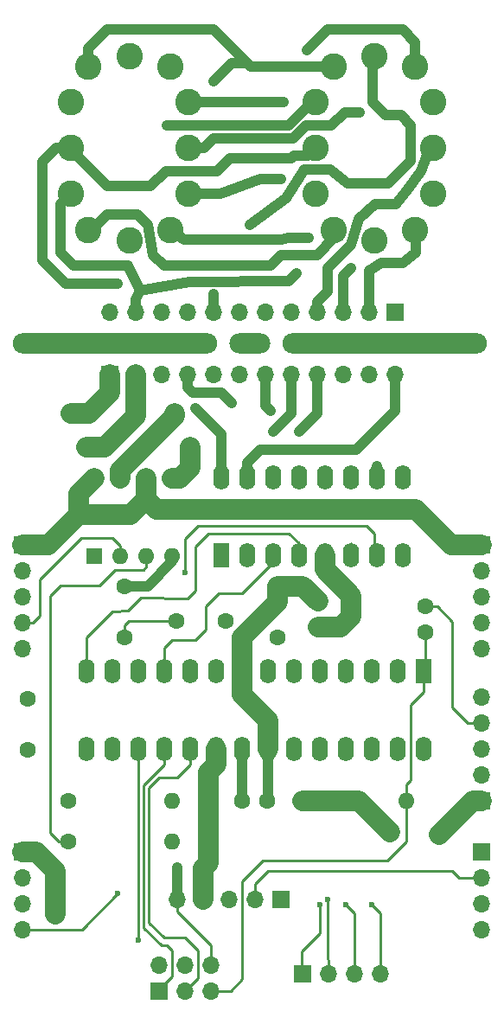
<source format=gbl>
G04 #@! TF.FileFunction,Copper,L2,Bot,Signal*
%FSLAX46Y46*%
G04 Gerber Fmt 4.6, Leading zero omitted, Abs format (unit mm)*
G04 Created by KiCad (PCBNEW 4.0.7) date 10/16/17 21:23:38*
%MOMM*%
%LPD*%
G01*
G04 APERTURE LIST*
%ADD10C,0.100000*%
%ADD11R,1.600000X1.600000*%
%ADD12O,1.600000X1.600000*%
%ADD13C,1.600000*%
%ADD14R,1.700000X1.700000*%
%ADD15O,1.700000X1.700000*%
%ADD16R,1.600000X2.400000*%
%ADD17O,1.600000X2.400000*%
%ADD18C,2.600000*%
%ADD19O,20.000000X2.000000*%
%ADD20O,4.000000X2.000000*%
%ADD21C,0.600000*%
%ADD22C,2.000000*%
%ADD23C,1.000000*%
%ADD24C,0.250000*%
G04 APERTURE END LIST*
D10*
D11*
X143556000Y-98090000D03*
D12*
X151176000Y-90470000D03*
X146096000Y-98090000D03*
X148636000Y-90470000D03*
X148636000Y-98090000D03*
X146096000Y-90470000D03*
X151176000Y-98090000D03*
X143556000Y-90470000D03*
D13*
X165500000Y-105000000D03*
X165500000Y-102500000D03*
X176000000Y-103000000D03*
X176000000Y-105500000D03*
X137000000Y-117000000D03*
X137000000Y-112000000D03*
X158000000Y-122000000D03*
X160500000Y-122000000D03*
X161500000Y-101000000D03*
X161500000Y-106000000D03*
X146500000Y-101000000D03*
X146500000Y-106000000D03*
D14*
X181500000Y-127000000D03*
D15*
X181500000Y-129540000D03*
X181500000Y-132080000D03*
X181500000Y-134620000D03*
D14*
X181500000Y-122000000D03*
D15*
X181500000Y-119460000D03*
X181500000Y-116920000D03*
X181500000Y-114380000D03*
X181500000Y-111840000D03*
D14*
X136500000Y-127000000D03*
D15*
X136500000Y-129540000D03*
X136500000Y-132080000D03*
X136500000Y-134620000D03*
D14*
X149906000Y-140635000D03*
D15*
X149906000Y-138095000D03*
X152446000Y-140635000D03*
X152446000Y-138095000D03*
X154986000Y-140635000D03*
X154986000Y-138095000D03*
D14*
X164000000Y-139000000D03*
D15*
X166540000Y-139000000D03*
X169080000Y-139000000D03*
X171620000Y-139000000D03*
D14*
X181500000Y-97000000D03*
D15*
X181500000Y-99540000D03*
X181500000Y-102080000D03*
X181500000Y-104620000D03*
X181500000Y-107160000D03*
D14*
X136500000Y-97000000D03*
D15*
X136500000Y-99540000D03*
X136500000Y-102080000D03*
X136500000Y-104620000D03*
X136500000Y-107160000D03*
D13*
X164000000Y-122000000D03*
D12*
X174160000Y-122000000D03*
D13*
X141000000Y-122000000D03*
D12*
X151160000Y-122000000D03*
D13*
X151430000Y-84120000D03*
D12*
X141270000Y-84120000D03*
D13*
X141000000Y-126000000D03*
D12*
X151160000Y-126000000D03*
D13*
X152954000Y-87422000D03*
D12*
X142794000Y-87422000D03*
D16*
X175846000Y-109298000D03*
D17*
X142826000Y-116918000D03*
X173306000Y-109298000D03*
X145366000Y-116918000D03*
X170766000Y-109298000D03*
X147906000Y-116918000D03*
X168226000Y-109298000D03*
X150446000Y-116918000D03*
X165686000Y-109298000D03*
X152986000Y-116918000D03*
X163146000Y-109298000D03*
X155526000Y-116918000D03*
X160606000Y-109298000D03*
X158066000Y-116918000D03*
X158066000Y-109298000D03*
X160606000Y-116918000D03*
X155526000Y-109298000D03*
X163146000Y-116918000D03*
X152986000Y-109298000D03*
X165686000Y-116918000D03*
X150446000Y-109298000D03*
X168226000Y-116918000D03*
X147906000Y-109298000D03*
X170766000Y-116918000D03*
X145366000Y-109298000D03*
X173306000Y-116918000D03*
X142826000Y-109298000D03*
X175846000Y-116918000D03*
D16*
X156000000Y-98000000D03*
D17*
X173780000Y-90380000D03*
X158540000Y-98000000D03*
X171240000Y-90380000D03*
X161080000Y-98000000D03*
X168700000Y-90380000D03*
X163620000Y-98000000D03*
X166160000Y-90380000D03*
X166160000Y-98000000D03*
X163620000Y-90380000D03*
X168700000Y-98000000D03*
X161080000Y-90380000D03*
X171240000Y-98000000D03*
X158540000Y-90380000D03*
X173780000Y-98000000D03*
X156000000Y-90380000D03*
D18*
X147000000Y-67126000D03*
X143000000Y-66126000D03*
X141250000Y-62626000D03*
X141250000Y-58126000D03*
X141250000Y-53626000D03*
X143000000Y-50126000D03*
X147000000Y-49126000D03*
X151000000Y-50126000D03*
X152750000Y-53626000D03*
X152750000Y-58126000D03*
X152750000Y-62626000D03*
X151000000Y-66126000D03*
X171000000Y-67126000D03*
X167000000Y-66126000D03*
X165250000Y-62626000D03*
X165250000Y-58126000D03*
X165250000Y-53626000D03*
X167000000Y-50126000D03*
X171000000Y-49126000D03*
X175000000Y-50126000D03*
X176750000Y-53626000D03*
X176750000Y-58126000D03*
X176750000Y-62626000D03*
X175000000Y-66126000D03*
D13*
X151600000Y-104400000D03*
X156400000Y-104400000D03*
D14*
X161876000Y-131650000D03*
D15*
X159336000Y-131650000D03*
X156796000Y-131650000D03*
X154256000Y-131650000D03*
X151716000Y-131650000D03*
D14*
X145080000Y-80310000D03*
D15*
X147620000Y-80310000D03*
X150160000Y-80310000D03*
X152700000Y-80310000D03*
X155240000Y-80310000D03*
X157780000Y-80310000D03*
X160320000Y-80310000D03*
X162860000Y-80310000D03*
X165400000Y-80310000D03*
X167940000Y-80310000D03*
X170480000Y-80310000D03*
X173020000Y-80310000D03*
D14*
X173020000Y-74214000D03*
D15*
X170480000Y-74214000D03*
X167940000Y-74214000D03*
X165400000Y-74214000D03*
X162860000Y-74214000D03*
X160320000Y-74214000D03*
X157780000Y-74214000D03*
X155240000Y-74214000D03*
X152700000Y-74214000D03*
X150160000Y-74214000D03*
X147620000Y-74214000D03*
X145080000Y-74214000D03*
D19*
X145588000Y-77262000D03*
X172004000Y-77262000D03*
D20*
X158796000Y-77262000D03*
D21*
X139778000Y-133080000D03*
X177370000Y-125300000D03*
X172544000Y-125046000D03*
X151684000Y-128570000D03*
X145842000Y-131110000D03*
X147874000Y-135682000D03*
X165686000Y-132158000D03*
X166448000Y-131650000D03*
X168226000Y-132158000D03*
X170766000Y-132158000D03*
X152478000Y-99646000D03*
X153462000Y-83612000D03*
X157018000Y-83104000D03*
X160828000Y-83866000D03*
X161082000Y-85898000D03*
X163622000Y-85898000D03*
X164576000Y-66868000D03*
X168702000Y-69896000D03*
X161826000Y-61118000D03*
X169576000Y-54618000D03*
X162098000Y-53640000D03*
X164384000Y-48560000D03*
X158826000Y-65618000D03*
X155240000Y-72436000D03*
X155240000Y-51608000D03*
X150668000Y-55926000D03*
X145842000Y-71420000D03*
X163326000Y-70368000D03*
D22*
X139778000Y-133080000D02*
X139778000Y-128856000D01*
X139778000Y-128856000D02*
X137922000Y-127000000D01*
X136500000Y-127000000D02*
X137922000Y-127000000D01*
X165500000Y-105000000D02*
X167698000Y-105000000D01*
X166160000Y-99358000D02*
X166160000Y-98000000D01*
X168734000Y-101932000D02*
X166160000Y-99358000D01*
X168734000Y-103964000D02*
X168734000Y-101932000D01*
X167698000Y-105000000D02*
X168734000Y-103964000D01*
X164000000Y-122000000D02*
X169498000Y-122000000D01*
X177370000Y-125300000D02*
X180670000Y-122000000D01*
X169498000Y-122000000D02*
X172544000Y-125046000D01*
X180670000Y-122000000D02*
X181500000Y-122000000D01*
X155526000Y-116918000D02*
X155526000Y-118442000D01*
X154256000Y-128602000D02*
X154256000Y-131650000D01*
X154764000Y-128094000D02*
X154256000Y-128602000D01*
X154764000Y-119204000D02*
X154764000Y-128094000D01*
X155526000Y-118442000D02*
X154764000Y-119204000D01*
D23*
X151716000Y-131650000D02*
X151716000Y-128602000D01*
X151716000Y-128602000D02*
X151684000Y-128570000D01*
D24*
X151684000Y-128570000D02*
X151716000Y-128602000D01*
X151716000Y-131650000D02*
X151716000Y-132856000D01*
X151716000Y-132856000D02*
X154986000Y-136126000D01*
X154986000Y-136126000D02*
X154986000Y-138095000D01*
X136500000Y-134620000D02*
X142332000Y-134620000D01*
X142332000Y-134620000D02*
X145842000Y-131110000D01*
X146096000Y-98090000D02*
X146096000Y-97074000D01*
X137534000Y-104620000D02*
X136500000Y-104620000D01*
X138222000Y-103932000D02*
X137534000Y-104620000D01*
X138222000Y-100376000D02*
X138222000Y-103932000D01*
X142286000Y-96312000D02*
X138222000Y-100376000D01*
X145334000Y-96312000D02*
X142286000Y-96312000D01*
X146096000Y-97074000D02*
X145334000Y-96312000D01*
D23*
X151176000Y-98090000D02*
X151176000Y-98598000D01*
X151176000Y-98598000D02*
X148774000Y-101000000D01*
X148774000Y-101000000D02*
X146500000Y-101000000D01*
D22*
X161500000Y-101000000D02*
X164000000Y-101000000D01*
X164000000Y-101000000D02*
X165500000Y-102500000D01*
X161500000Y-101000000D02*
X161500000Y-102572000D01*
X161500000Y-102572000D02*
X158066000Y-106006000D01*
X158066000Y-106006000D02*
X158066000Y-109298000D01*
D23*
X160606000Y-116918000D02*
X160606000Y-121894000D01*
X160606000Y-121894000D02*
X160500000Y-122000000D01*
D22*
X158066000Y-109298000D02*
X158066000Y-111584000D01*
X160606000Y-114124000D02*
X160606000Y-116918000D01*
X158066000Y-111584000D02*
X160606000Y-114124000D01*
D24*
X181500000Y-114380000D02*
X180166000Y-114380000D01*
X177168000Y-103000000D02*
X176000000Y-103000000D01*
X178640000Y-104472000D02*
X177168000Y-103000000D01*
X178640000Y-112854000D02*
X178640000Y-104472000D01*
X180166000Y-114380000D02*
X178640000Y-112854000D01*
X158066000Y-129872000D02*
X158066000Y-139460000D01*
X158066000Y-129872000D02*
X160098000Y-127840000D01*
X160098000Y-127840000D02*
X172290000Y-127840000D01*
X172290000Y-127840000D02*
X174160000Y-125970000D01*
X174160000Y-122000000D02*
X174160000Y-125970000D01*
X156891000Y-140635000D02*
X154986000Y-140635000D01*
X158066000Y-139460000D02*
X156891000Y-140635000D01*
X176000000Y-105500000D02*
X176000000Y-109144000D01*
X176000000Y-109144000D02*
X175846000Y-109298000D01*
X174576000Y-113362000D02*
X174576000Y-112600000D01*
X174160000Y-120382000D02*
X174576000Y-119966000D01*
X174576000Y-119966000D02*
X174576000Y-113362000D01*
X174160000Y-122000000D02*
X174160000Y-120382000D01*
X175846000Y-111330000D02*
X175846000Y-109298000D01*
X174576000Y-112600000D02*
X175846000Y-111330000D01*
D23*
X158066000Y-116918000D02*
X158066000Y-121934000D01*
X158066000Y-121934000D02*
X158000000Y-122000000D01*
D24*
X151600000Y-104400000D02*
X146962000Y-104400000D01*
X146500000Y-104862000D02*
X146500000Y-106000000D01*
X146962000Y-104400000D02*
X146500000Y-104862000D01*
X159336000Y-131650000D02*
X159336000Y-130126000D01*
X179324000Y-129540000D02*
X181500000Y-129540000D01*
X178640000Y-128856000D02*
X179324000Y-129540000D01*
X160606000Y-128856000D02*
X178640000Y-128856000D01*
X159336000Y-130126000D02*
X160606000Y-128856000D01*
X148414000Y-132888000D02*
X148414000Y-134444000D01*
X151176000Y-139238000D02*
X149906000Y-140508000D01*
X151176000Y-136698000D02*
X151176000Y-139238000D01*
X150668000Y-136190000D02*
X151176000Y-136698000D01*
X150160000Y-136190000D02*
X150668000Y-136190000D01*
X148414000Y-134444000D02*
X150160000Y-136190000D01*
X149906000Y-140508000D02*
X149906000Y-140635000D01*
X148414000Y-120474000D02*
X148414000Y-132888000D01*
X148414000Y-132888000D02*
X148414000Y-132920000D01*
X150446000Y-118442000D02*
X150446000Y-116918000D01*
X150446000Y-118442000D02*
X148414000Y-120474000D01*
X148922000Y-133904000D02*
X148922000Y-133936000D01*
X148922000Y-133936000D02*
X150414000Y-135428000D01*
X153716000Y-139365000D02*
X152446000Y-140635000D01*
X153716000Y-136698000D02*
X153716000Y-139365000D01*
X152446000Y-135428000D02*
X153716000Y-136698000D01*
X150414000Y-135428000D02*
X152446000Y-135428000D01*
X148922000Y-120728000D02*
X148922000Y-133904000D01*
X149938000Y-119712000D02*
X148922000Y-120728000D01*
X151716000Y-119712000D02*
X149938000Y-119712000D01*
X152986000Y-116918000D02*
X152986000Y-118442000D01*
X152986000Y-118442000D02*
X151716000Y-119712000D01*
X147906000Y-132380000D02*
X147906000Y-135650000D01*
X147906000Y-135650000D02*
X147874000Y-135682000D01*
X147906000Y-116918000D02*
X147906000Y-132380000D01*
X147906000Y-132380000D02*
X147906000Y-132412000D01*
X163908000Y-136730000D02*
X163908000Y-138908000D01*
X165686000Y-134952000D02*
X163908000Y-136730000D01*
X165686000Y-132158000D02*
X165686000Y-134952000D01*
X163908000Y-138908000D02*
X164000000Y-139000000D01*
X166540000Y-137584000D02*
X166540000Y-139000000D01*
X166448000Y-137492000D02*
X166540000Y-137584000D01*
X166448000Y-131650000D02*
X166448000Y-137492000D01*
X169080000Y-133012000D02*
X169080000Y-139000000D01*
X168226000Y-132158000D02*
X169080000Y-133012000D01*
X171620000Y-133012000D02*
X171620000Y-139000000D01*
X170766000Y-132158000D02*
X171620000Y-133012000D01*
D22*
X173528000Y-93518000D02*
X175052000Y-93518000D01*
X149652000Y-93518000D02*
X173528000Y-93518000D01*
X148636000Y-92502000D02*
X149652000Y-93518000D01*
X178534000Y-97000000D02*
X181500000Y-97000000D01*
X175052000Y-93518000D02*
X178534000Y-97000000D01*
X148636000Y-90470000D02*
X148636000Y-92502000D01*
X147112000Y-94026000D02*
X142032000Y-94026000D01*
X148636000Y-92502000D02*
X147112000Y-94026000D01*
X136500000Y-97000000D02*
X139058000Y-97000000D01*
X142032000Y-91994000D02*
X143556000Y-90470000D01*
X142032000Y-94026000D02*
X142032000Y-91994000D01*
X139058000Y-97000000D02*
X142032000Y-94026000D01*
X136500000Y-97000000D02*
X136582000Y-97000000D01*
X146096000Y-90470000D02*
X146096000Y-89708000D01*
X146096000Y-89708000D02*
X151430000Y-84374000D01*
X151430000Y-84374000D02*
X151430000Y-84120000D01*
D24*
X145620000Y-99392000D02*
X148350000Y-99392000D01*
X145620000Y-99392000D02*
X144096000Y-100916000D01*
X144096000Y-100916000D02*
X140286000Y-100916000D01*
X140286000Y-100916000D02*
X139270000Y-101932000D01*
X141000000Y-126000000D02*
X140094000Y-126000000D01*
X139270000Y-125176000D02*
X139270000Y-101932000D01*
X140094000Y-126000000D02*
X139270000Y-125176000D01*
X148636000Y-99106000D02*
X148636000Y-98090000D01*
X148350000Y-99392000D02*
X148636000Y-99106000D01*
D22*
X151176000Y-90470000D02*
X151938000Y-90470000D01*
X151938000Y-90470000D02*
X152954000Y-89454000D01*
X152954000Y-89454000D02*
X152954000Y-87422000D01*
D24*
X155780000Y-101678000D02*
X158066000Y-101678000D01*
X150446000Y-107012000D02*
X151208000Y-106250000D01*
X151208000Y-106250000D02*
X153494000Y-106250000D01*
X153494000Y-106250000D02*
X154510000Y-105234000D01*
X154510000Y-105234000D02*
X154510000Y-102948000D01*
X154510000Y-102948000D02*
X155780000Y-101678000D01*
X150446000Y-109298000D02*
X150446000Y-107012000D01*
X158066000Y-101678000D02*
X161080000Y-98664000D01*
X161080000Y-98664000D02*
X161080000Y-98000000D01*
X168700000Y-98000000D02*
X168700000Y-96818000D01*
X171020000Y-95836000D02*
X171020000Y-97780000D01*
X170258000Y-95074000D02*
X171020000Y-95836000D01*
X153748000Y-95074000D02*
X170258000Y-95074000D01*
X152478000Y-96344000D02*
X153748000Y-95074000D01*
X152478000Y-99646000D02*
X152478000Y-96344000D01*
X171020000Y-97780000D02*
X171240000Y-98000000D01*
X142826000Y-109298000D02*
X142826000Y-105996000D01*
X152732000Y-102186000D02*
X153494000Y-101424000D01*
X148128000Y-102154000D02*
X152732000Y-102186000D01*
X146858000Y-103424000D02*
X148128000Y-102154000D01*
X145366000Y-103456000D02*
X146858000Y-103424000D01*
X142826000Y-105996000D02*
X145366000Y-103456000D01*
X163620000Y-98000000D02*
X163620000Y-96818000D01*
X163620000Y-96818000D02*
X162638000Y-95836000D01*
X162638000Y-95836000D02*
X154764000Y-95836000D01*
X154764000Y-95836000D02*
X153494000Y-97106000D01*
X153494000Y-97106000D02*
X153494000Y-101424000D01*
D22*
X141270000Y-84120000D02*
X143048000Y-84120000D01*
X145080000Y-82088000D02*
X145080000Y-80310000D01*
X143048000Y-84120000D02*
X145080000Y-82088000D01*
X142794000Y-87422000D02*
X144572000Y-87422000D01*
X147620000Y-84374000D02*
X147620000Y-80310000D01*
X144572000Y-87422000D02*
X147620000Y-84374000D01*
D23*
X156000000Y-90380000D02*
X156000000Y-86150000D01*
X156000000Y-86150000D02*
X153462000Y-83612000D01*
X152700000Y-81580000D02*
X152700000Y-80310000D01*
X153208000Y-82088000D02*
X152700000Y-81580000D01*
X156002000Y-82088000D02*
X153208000Y-82088000D01*
X157018000Y-83104000D02*
X156002000Y-82088000D01*
X171240000Y-90380000D02*
X171240000Y-89266000D01*
X160320000Y-83358000D02*
X160320000Y-80310000D01*
X160828000Y-83866000D02*
X160320000Y-83358000D01*
X162860000Y-84120000D02*
X162860000Y-80310000D01*
X161082000Y-85898000D02*
X162860000Y-84120000D01*
X165400000Y-84120000D02*
X165400000Y-80310000D01*
X163622000Y-85898000D02*
X165400000Y-84120000D01*
X158540000Y-90380000D02*
X158540000Y-88948000D01*
X173020000Y-83866000D02*
X173020000Y-80310000D01*
X169210000Y-87676000D02*
X173020000Y-83866000D01*
X159812000Y-87676000D02*
X169210000Y-87676000D01*
X158540000Y-88948000D02*
X159812000Y-87676000D01*
X161826000Y-67118000D02*
X158076000Y-67118000D01*
X154326000Y-67118000D02*
X152326000Y-67118000D01*
X151000000Y-66126000D02*
X152326000Y-67118000D01*
X164576000Y-66868000D02*
X162576000Y-66868000D01*
X162576000Y-66868000D02*
X161826000Y-67118000D01*
X158076000Y-67118000D02*
X154326000Y-67118000D01*
X170480000Y-74214000D02*
X170480000Y-72944000D01*
X175052000Y-68372000D02*
X175000000Y-66126000D01*
X173803402Y-69351764D02*
X175052000Y-68372000D01*
X171684097Y-69348184D02*
X173803402Y-69351764D01*
X170480000Y-70150000D02*
X171684097Y-69348184D01*
X170480000Y-72944000D02*
X170480000Y-70150000D01*
X167940000Y-74214000D02*
X167940000Y-70658000D01*
X167940000Y-70658000D02*
X168702000Y-69896000D01*
X152750000Y-62626000D02*
X155906000Y-62626000D01*
X159826000Y-61118000D02*
X161826000Y-61118000D01*
X155906000Y-62626000D02*
X159826000Y-61118000D01*
X166576000Y-55926000D02*
X166768000Y-55926000D01*
X168076000Y-54618000D02*
X169576000Y-54618000D01*
X166768000Y-55926000D02*
X168076000Y-54618000D01*
X166162000Y-55926000D02*
X166576000Y-55926000D01*
X166576000Y-55926000D02*
X166670000Y-55926000D01*
X154310000Y-58126000D02*
X155240000Y-57196000D01*
X155240000Y-57196000D02*
X163033060Y-57196000D01*
X163033060Y-57196000D02*
X164303060Y-55926000D01*
X164303060Y-55926000D02*
X166162000Y-55926000D01*
X152750000Y-58126000D02*
X154310000Y-58126000D01*
X171076000Y-63618000D02*
X169464000Y-65070000D01*
X168702000Y-67610000D02*
X169464000Y-65070000D01*
X165400000Y-73198000D02*
X165400000Y-74214000D01*
X166416000Y-72182000D02*
X166416000Y-69896000D01*
X165400000Y-73198000D02*
X166416000Y-72182000D01*
X166416000Y-69896000D02*
X168702000Y-67610000D01*
X176750000Y-58126000D02*
X176408000Y-58126000D01*
X176408000Y-58126000D02*
X175576000Y-60368000D01*
X175576000Y-60368000D02*
X174076000Y-62368000D01*
X174076000Y-62368000D02*
X173076000Y-63618000D01*
X173076000Y-63618000D02*
X171076000Y-63618000D01*
X152750000Y-53626000D02*
X162084000Y-53626000D01*
X162084000Y-53626000D02*
X162098000Y-53640000D01*
X175000000Y-47746000D02*
X175000000Y-50126000D01*
X173782000Y-46528000D02*
X175000000Y-47746000D01*
X166416000Y-46528000D02*
X173782000Y-46528000D01*
X164384000Y-48560000D02*
X166416000Y-46528000D01*
X172076000Y-54868000D02*
X170826000Y-53618000D01*
X173576000Y-54868000D02*
X172076000Y-54868000D01*
X158826000Y-65618000D02*
X162352000Y-63038000D01*
X162352000Y-63038000D02*
X164130000Y-60244000D01*
X164130000Y-60244000D02*
X166670000Y-60244000D01*
X166670000Y-60244000D02*
X168326000Y-61618000D01*
X174576000Y-59368000D02*
X172326000Y-61618000D01*
X174576000Y-55868000D02*
X174576000Y-59368000D01*
X172326000Y-61618000D02*
X168326000Y-61618000D01*
X174576000Y-55868000D02*
X173576000Y-54868000D01*
X170826000Y-53618000D02*
X170826000Y-49300000D01*
X170826000Y-49300000D02*
X171000000Y-49126000D01*
X155240000Y-51608000D02*
X157018000Y-49830000D01*
X158542000Y-49830000D02*
X157018000Y-49830000D01*
X155240000Y-73198000D02*
X155240000Y-74214000D01*
X155240000Y-73198000D02*
X155240000Y-72436000D01*
X160574000Y-50126000D02*
X158838000Y-50126000D01*
X158838000Y-50126000D02*
X158542000Y-49830000D01*
X160828000Y-50126000D02*
X160574000Y-50126000D01*
X160574000Y-50126000D02*
X160532000Y-50126000D01*
X167000000Y-50126000D02*
X160828000Y-50126000D01*
X160828000Y-50126000D02*
X160786000Y-50126000D01*
X143000000Y-48354000D02*
X143000000Y-50126000D01*
X158542000Y-49830000D02*
X155240000Y-46528000D01*
X155240000Y-46528000D02*
X144826000Y-46528000D01*
X144826000Y-46528000D02*
X143000000Y-48354000D01*
X162606000Y-55926000D02*
X164906000Y-53626000D01*
X150668000Y-55926000D02*
X162606000Y-55926000D01*
X164906000Y-53626000D02*
X165250000Y-53626000D01*
X156826000Y-59118000D02*
X162826000Y-59118000D01*
X144826000Y-61868000D02*
X149076000Y-61868000D01*
X149076000Y-61868000D02*
X150576000Y-60368000D01*
X150576000Y-60368000D02*
X155576000Y-60368000D01*
X155576000Y-60368000D02*
X156826000Y-59118000D01*
X141250000Y-58292000D02*
X144826000Y-61868000D01*
X163076000Y-58868000D02*
X164508000Y-58868000D01*
X162826000Y-59118000D02*
X163076000Y-58868000D01*
X164508000Y-58868000D02*
X165250000Y-58126000D01*
X141250000Y-58126000D02*
X141250000Y-58292000D01*
X139832000Y-58126000D02*
X141250000Y-58126000D01*
X138476000Y-59482000D02*
X139832000Y-58126000D01*
X138476000Y-69134000D02*
X138476000Y-59482000D01*
X140762000Y-71420000D02*
X138476000Y-69134000D01*
X145842000Y-71420000D02*
X140762000Y-71420000D01*
X162616475Y-71101578D02*
X152887479Y-71222216D01*
X152887479Y-71222216D02*
X148033713Y-72089642D01*
X162616475Y-71101578D02*
X163326000Y-70368000D01*
X144318000Y-69642000D02*
X146858000Y-69642000D01*
X144318000Y-69642000D02*
X141524000Y-69642000D01*
X141524000Y-69642000D02*
X140254000Y-68372000D01*
X140254000Y-68372000D02*
X140254000Y-63622000D01*
X141250000Y-62626000D02*
X140254000Y-63622000D01*
X147620000Y-72944000D02*
X147620000Y-74214000D01*
X148033713Y-72089642D02*
X147620000Y-72944000D01*
X146858000Y-69642000D02*
X148033713Y-72089642D01*
X149326000Y-68618000D02*
X150414000Y-69642000D01*
X150414000Y-69642000D02*
X160828000Y-69642000D01*
X160828000Y-69642000D02*
X161844000Y-68626000D01*
X161844000Y-68626000D02*
X165400000Y-68626000D01*
X143318000Y-66126000D02*
X144826000Y-64618000D01*
X147826000Y-64618000D02*
X148826000Y-65618000D01*
X144826000Y-64618000D02*
X147826000Y-64618000D01*
X149326000Y-68618000D02*
X148826000Y-65618000D01*
X165400000Y-68626000D02*
X167000000Y-66944000D01*
X167000000Y-66944000D02*
X167000000Y-66126000D01*
X143000000Y-66126000D02*
X143318000Y-66126000D01*
M02*

</source>
